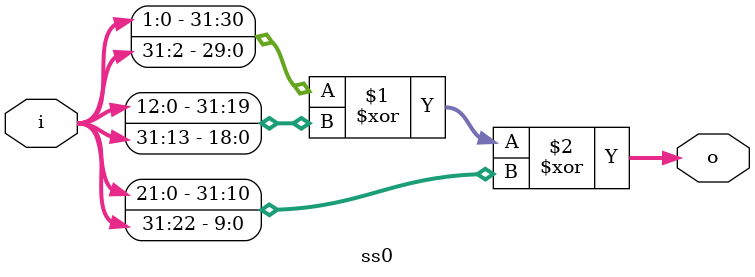
<source format=sv>


module ss0(
	 input wire [31:0] i,
	 output wire [31:0] o
	 );
   assign o = {i[1:0],i[31:2]}^{i[12:0],i[31:13]}^{i[21:0],i[31:22]};

endmodule // m

</source>
